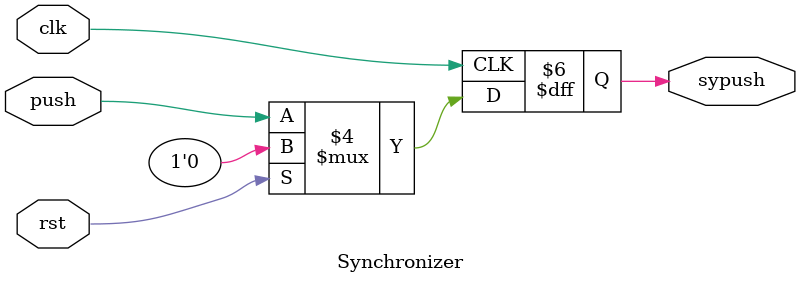
<source format=v>
module Synchronizer(clk, rst, push, sypush);
		// -- Inputs
		input clk, rst, push;
		// -- Outputs
		output reg sypush;
		
		//Pass signal through a d-flip-flop
		always@(posedge clk)
			if (!rst) sypush <= push;
			else sypush <= 0;
endmodule

</source>
